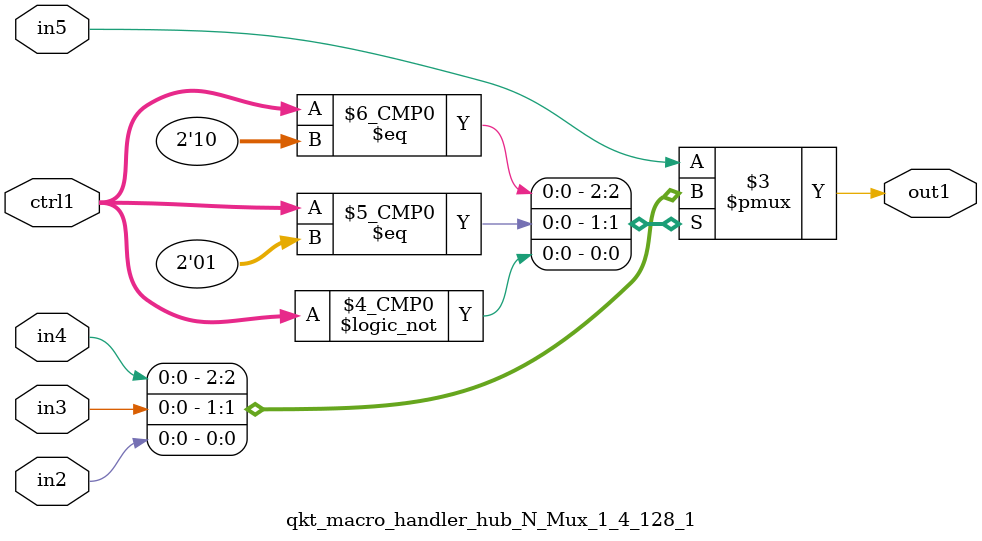
<source format=v>

`timescale 1ps / 1ps


module qkt_macro_handler_hub_N_Mux_1_4_128_1( in5, in4, in3, in2, ctrl1, out1 );

    input in5;
    input in4;
    input in3;
    input in2;
    input [1:0] ctrl1;
    output out1;
    reg out1;

    
    // rtl_process:qkt_macro_handler_hub_N_Mux_1_4_128_1/qkt_macro_handler_hub_N_Mux_1_4_128_1_thread_1
    always @*
      begin : qkt_macro_handler_hub_N_Mux_1_4_128_1_thread_1
        case (ctrl1) 
          2'd2: 
            begin
              out1 = in4;
            end
          2'd1: 
            begin
              out1 = in3;
            end
          2'd0: 
            begin
              out1 = in2;
            end
          default: 
            begin
              out1 = in5;
            end
        endcase
      end

endmodule


</source>
